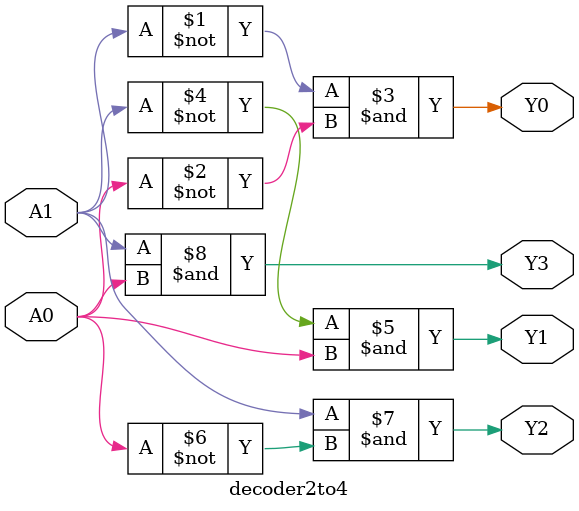
<source format=v>
module decoder2to4(A1,A0,Y3,Y2,Y1,Y0); //descrive la funzione o la struttura del circuito e le porte di collegamento

//dichiarazioni
input A1,A0;    // si definiscono gli input
output Y3,Y2,Y1,Y0; // si definiscono gli output
wire A1,A0,Y3,Y2,Y1,Y0; // si definiscono i collegamenti interni

assign Y0 = (~A1) & (~A0);
// costrutti
assign Y1 = (~A1) & (A0);
assign Y2 = (A1) & (~A0);
assign Y3 = (A1) & (A0);
endmodule

/*Verilog e' case sensitive!*/

/*  SEGNALI VETTORIALI

module decoder2to4 (A,Y);
input [1:0] A; // Ingresso vettoriale a 2 bit
output [3:0] Y; // Uscita vettoriale a 4 bit
wire [1:0] A;
 // Il segnale A è un wire a 2 bit
 wire [3:0] Y;
 // Il segnale Y è un wire a 4 bit
assign Y[0] = (∼A[1])&(∼A[0]);
assign Y[1] = (∼A[1])&( A[0]);
assign Y[2] = ( A[1])&(∼A[0]);
assign Y[3] = ( A[1])&( A[0]);
endmodule

*/
</source>
